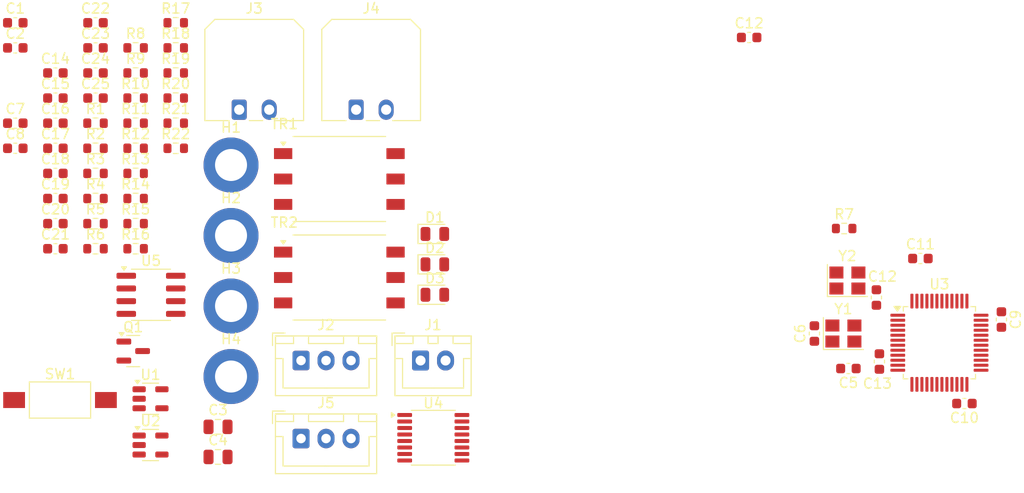
<source format=kicad_pcb>
(kicad_pcb (version 20221018) (generator pcbnew)
  (layers (0 "F.Cu" signal) (31 "B.Cu" signal) (34 "B.Paste" user) (35 "F.Paste" user) (36 "B.SilkS" user "B.Silkscreen") (37 "F.SilkS" user "F.Silkscreen") (38 "B.Mask" user) (39 "F.Mask" user) (44 "Edge.Cuts" user))
  (net 0 "")
  (net 1 "SCLK")
  (net 2 "+5V")
  (net 3 "+24V")
  (net 4 "nCS")
  (net 5 "COMLP")
  (net 6 "Net-(D1-A)")
  (net 7 "COMLN")
  (net 8 "Net-(C21-Pad1)")
  (net 9 "COMHP")
  (net 10 "COMHN")
  (net 11 "Net-(U2-ADJ)")
  (net 12 "CAN_P")
  (net 13 "CAN_N")
  (net 14 "VIO")
  (net 15 "MOSI")
  (net 16 "MISO")
  (net 17 "NFAULT")
  (net 20 "RUN_LED")
  (net 21 "SPI_RDY")
  (net 22 "SWDIO")
  (net 23 "Net-(D2-A)")
  (net 24 "Net-(D3-A)")
  (net 25 "SWCLK")
  (net 26 "CAN_RX")
  (net 27 "CAN_TX")
  (net 28 "Net-(SW1-B)")
  (net 29 "Net-(C20-Pad1)")
  (net 30 "BMS_FAULT")
  (net 31 "GND")
  (net 32 "Net-(U3-PD0)")
  (net 33 "Net-(U3-PD1)")
  (net 34 "Net-(U3-PC14)")
  (net 35 "Net-(U3-PC15)")
  (net 36 "Net-(U4-DVDD)")
  (net 37 "Net-(C25-Pad2)")
  (net 38 "Net-(J3-Pin_1)")
  (net 39 "Net-(J3-Pin_2)")
  (net 40 "Net-(J4-Pin_1)")
  (net 41 "Net-(J4-Pin_2)")
  (net 43 "Net-(Q1-B)")
  (net 44 "Net-(U1-ADJ)")
  (net 45 "Net-(R16-Pad2)")
  (net 46 "Net-(R17-Pad2)")
  (net 47 "Net-(R18-Pad2)")
  (net 48 "Net-(R19-Pad2)")
  (footprint "Resistor_SMD:R_0603_1608Metric" (layer "F.Cu") (at 72.03 66.89)
    (fp_text reference "R13" (at 0 -1.43) (layer "F.SilkS"))
    (fp_text value "10K")
    (pad "1" smd roundrect (at -0.825 0) (size 0.8 0.95) (layers "F.Cu" "F.Paste" "F.Mask") (net 14 "VIO"))
    (pad "2" smd roundrect (at 0.825 0) (size 0.8 0.95) (layers "F.Cu" "F.Paste" "F.Mask") (net 4 "nCS"))
  )
  (footprint "LED_SMD:LED_0805_2012Metric" (layer "F.Cu") (at 101.95 72.945)
    (fp_text reference "D1" (at 0 -1.65) (layer "F.SilkS"))
    (fp_text value "PWR_Yellow")
    (pad "1" smd roundrect (at -0.9375 0) (size 0.975 1.4) (layers "F.Cu" "F.Paste" "F.Mask") (net 31 "GND"))
    (pad "2" smd roundrect (at 0.9375 0) (size 0.975 1.4) (layers "F.Cu" "F.Paste" "F.Mask") (net 6 "Net-(D1-A)"))
  )
  (footprint "Resistor_SMD:R_0603_1608Metric" (layer "F.Cu") (at 68.02 64.38)
    (fp_text reference "R2" (at 0 -1.43) (layer "F.SilkS"))
    (fp_text value "100k")
    (pad "1" smd roundrect (at -0.825 0) (size 0.8 0.95) (layers "F.Cu" "F.Paste" "F.Mask") (net 31 "GND"))
    (pad "2" smd roundrect (at 0.825 0) (size 0.8 0.95) (layers "F.Cu" "F.Paste" "F.Mask") (net 44 "Net-(U1-ADJ)"))
  )
  (footprint "Transformer_SMD:Transformer_Wuerth_750315371" (layer "F.Cu") (at 92.4 67.45)
    (fp_text reference "TR1" (at -5.5 -5.5) (layer "F.SilkS"))
    (fp_text value "Wuerth_750319696")
    (pad "1" smd rect (at -5.62 -2.54) (size 1.83 1.09) (layers "F.Cu" "F.Paste" "F.Mask") (net 45 "Net-(R16-Pad2)"))
    (pad "2" smd roundrect (at -5.62 0) (size 1.83 1.09) (layers "F.Cu" "F.Paste" "F.Mask") (roundrect_rratio 0.05) (net 29 "Net-(C20-Pad1)"))
    (pad "3" smd roundrect (at -5.62 2.54) (size 1.83 1.09) (layers "F.Cu" "F.Paste" "F.Mask") (roundrect_rratio 0.05) (net 46 "Net-(R17-Pad2)"))
    (pad "4" smd roundrect (at 5.62 2.54) (size 1.83 1.09) (layers "F.Cu" "F.Paste" "F.Mask") (roundrect_rratio 0.05) (net 39 "Net-(J3-Pin_2)"))
    (pad "5" smd roundrect (at 5.62 0) (size 1.83 1.09) (layers "F.Cu" "F.Paste" "F.Mask") (roundrect_rratio 0.05))
    (pad "6" smd roundrect (at 5.62 -2.54) (size 1.83 1.09) (layers "F.Cu" "F.Paste" "F.Mask") (roundrect_rratio 0.05) (net 38 "Net-(J3-Pin_1)"))
  )
  (footprint "Resistor_SMD:R_0603_1608Metric" (layer "F.Cu") (at 72.03 59.36)
    (fp_text reference "R10" (at 0 -1.43) (layer "F.SilkS"))
    (fp_text value "1k")
    (pad "1" smd roundrect (at -0.825 0) (size 0.8 0.95) (layers "F.Cu" "F.Paste" "F.Mask") (net 5 "COMLP"))
    (pad "2" smd roundrect (at 0.825 0) (size 0.8 0.95) (layers "F.Cu" "F.Paste" "F.Mask") (net 7 "COMLN"))
  )
  (footprint "Resistor_SMD:R_0603_1608Metric" (layer "F.Cu") (at 72.03 61.87)
    (fp_text reference "R11" (at 0 -1.43) (layer "F.SilkS"))
    (fp_text value "10K")
    (pad "1" smd roundrect (at -0.825 0) (size 0.8 0.95) (layers "F.Cu" "F.Paste" "F.Mask") (net 14 "VIO"))
    (pad "2" smd roundrect (at 0.825 0) (size 0.8 0.95) (layers "F.Cu" "F.Paste" "F.Mask") (net 15 "MOSI"))
  )
  (footprint "Capacitor_SMD:C_0603_1608Metric" (layer "F.Cu") (at 146.4 85.7 90)
    (fp_text reference "C13" (at -2.2 -0.2 180) (layer "F.SilkS"))
    (fp_text value "100n")
    (pad "1" smd roundrect (at -0.775 0 90) (size 0.9 0.95) (layers "F.Cu" "F.Paste" "F.Mask") (net 14 "VIO"))
    (pad "2" smd roundrect (at 0.775 0 90) (size 0.9 0.95) (layers "F.Cu" "F.Paste" "F.Mask") (net 31 "GND"))
  )
  (footprint "Capacitor_SMD:C_0603_1608Metric" (layer "F.Cu") (at 64.01 74.42)
    (fp_text reference "C21" (at 0 -1.43) (layer "F.SilkS"))
    (fp_text value "100p")
    (pad "1" smd roundrect (at -0.775 0) (size 0.9 0.95) (layers "F.Cu" "F.Paste" "F.Mask") (net 8 "Net-(C21-Pad1)"))
    (pad "2" smd roundrect (at 0.775 0) (size 0.9 0.95) (layers "F.Cu" "F.Paste" "F.Mask") (net 31 "GND"))
  )
  (footprint "Capacitor_SMD:C_0603_1608Metric" (layer "F.Cu") (at 133.375 53.3)
    (fp_text reference "C12" (at 0 -1.43) (layer "F.SilkS"))
    (fp_text value "1u")
    (pad "1" smd roundrect (at -0.775 0) (size 0.9 0.95) (layers "F.Cu" "F.Paste" "F.Mask") (net 14 "VIO"))
    (pad "2" smd roundrect (at 0.775 0) (size 0.9 0.95) (layers "F.Cu" "F.Paste" "F.Mask") (net 31 "GND"))
  )
  (footprint "Capacitor_SMD:C_0603_1608Metric" (layer "F.Cu") (at 154.9 89.9 180)
    (fp_text reference "C10" (at 0 -1.43) (layer "F.SilkS"))
    (fp_text value "100n")
    (pad "1" smd roundrect (at -0.775 0 180) (size 0.9 0.95) (layers "F.Cu" "F.Paste" "F.Mask") (net 14 "VIO"))
    (pad "2" smd roundrect (at 0.775 0 180) (size 0.9 0.95) (layers "F.Cu" "F.Paste" "F.Mask") (net 31 "GND"))
  )
  (footprint "Capacitor_SMD:C_0603_1608Metric" (layer "F.Cu") (at 64.01 64.38)
    (fp_text reference "C17" (at 0 -1.43) (layer "F.SilkS"))
    (fp_text value "220p")
    (pad "1" smd roundrect (at -0.775 0) (size 0.9 0.95) (layers "F.Cu" "F.Paste" "F.Mask") (net 10 "COMHN"))
    (pad "2" smd roundrect (at 0.775 0) (size 0.9 0.95) (layers "F.Cu" "F.Paste" "F.Mask") (net 31 "GND"))
  )
  (footprint "Resistor_SMD:R_0603_1608Metric" (layer "F.Cu") (at 76.04 51.83)
    (fp_text reference "R17" (at 0 -1.43) (layer "F.SilkS"))
    (fp_text value "49R")
    (pad "1" smd roundrect (at -0.825 0) (size 0.8 0.95) (layers "F.Cu" "F.Paste" "F.Mask") (net 10 "COMHN"))
    (pad "2" smd roundrect (at 0.825 0) (size 0.8 0.95) (layers "F.Cu" "F.Paste" "F.Mask") (net 46 "Net-(R17-Pad2)"))
  )
  (footprint "Capacitor_SMD:C_0603_1608Metric" (layer "F.Cu") (at 68.02 54.34)
    (fp_text reference "C23" (at 0 -1.43) (layer "F.SilkS"))
    (fp_text value "100n")
    (pad "1" smd roundrect (at -0.775 0) (size 0.9 0.95) (layers "F.Cu" "F.Paste" "F.Mask") (net 31 "GND"))
    (pad "2" smd roundrect (at 0.775 0) (size 0.9 0.95) (layers "F.Cu" "F.Paste" "F.Mask") (net 2 "+5V"))
  )
  (footprint "Capacitor_SMD:C_0603_1608Metric" (layer "F.Cu") (at 68.02 59.36)
    (fp_text reference "C25" (at 0 -1.43) (layer "F.SilkS"))
    (fp_text value "1u")
    (pad "1" smd roundrect (at -0.775 0) (size 0.9 0.95) (layers "F.Cu" "F.Paste" "F.Mask") (net 31 "GND"))
    (pad "2" smd roundrect (at 0.775 0) (size 0.9 0.95) (layers "F.Cu" "F.Paste" "F.Mask") (net 37 "Net-(C25-Pad2)"))
  )
  (footprint "Resistor_SMD:R_0603_1608Metric" (layer "F.Cu") (at 76.04 61.87)
    (fp_text reference "R21" (at 0 -1.43) (layer "F.SilkS"))
    (fp_text value "60R")
    (pad "1" smd roundrect (at -0.825 0) (size 0.8 0.95) (layers "F.Cu" "F.Paste" "F.Mask") (net 37 "Net-(C25-Pad2)"))
    (pad "2" smd roundrect (at 0.825 0) (size 0.8 0.95) (layers "F.Cu" "F.Paste" "F.Mask") (net 12 "CAN_P"))
  )
  (footprint "MountingHole:MountingHole_3.2mm_M3_ISO14580_Pad" (layer "F.Cu") (at 81.57 73.1)
    (fp_text reference "H2" (at 0 -3.75) (layer "F.SilkS"))
    (fp_text value "MountingHole_Pad")
    (pad "1" thru_hole circle (at 0 0) (size 5.5 5.5) (drill 3.2) (layers "*.Cu" "*.Mask") (net 31 "GND"))
  )
  (footprint "Capacitor_SMD:C_0603_1608Metric" (layer "F.Cu") (at 150.5 75.4)
    (fp_text reference "C11" (at 0 -1.43) (layer "F.SilkS"))
    (fp_text value "100n")
    (pad "1" smd roundrect (at -0.775 0) (size 0.9 0.95) (layers "F.Cu" "F.Paste" "F.Mask") (net 14 "VIO"))
    (pad "2" smd roundrect (at 0.775 0) (size 0.9 0.95) (layers "F.Cu" "F.Paste" "F.Mask") (net 31 "GND"))
  )
  (footprint "Package_QFP:LQFP-48_7x7mm_P0.5mm" (layer "F.Cu") (at 152.4 83.82)
    (fp_text reference "U3" (at 0 -5.85) (layer "F.SilkS"))
    (fp_text value "STM32F103C8Tx")
    (pad "1" smd roundrect (at -4.1625 -2.75) (size 1.475 0.3) (layers "F.Cu" "F.Paste" "F.Mask") (net 14 "VIO"))
    (pad "2" smd roundrect (at -4.1625 -2.25) (size 1.475 0.3) (layers "F.Cu" "F.Paste" "F.Mask") (net 20 "RUN_LED"))
    (pad "3" smd roundrect (at -4.1625 -1.75) (size 1.475 0.3) (layers "F.Cu" "F.Paste" "F.Mask") (net 34 "Net-(U3-PC14)"))
    (pad "4" smd roundrect (at -4.1625 -1.25) (size 1.475 0.3) (layers "F.Cu" "F.Paste" "F.Mask") (net 35 "Net-(U3-PC15)"))
    (pad "5" smd roundrect (at -4.1625 -0.75) (size 1.475 0.3) (layers "F.Cu" "F.Paste" "F.Mask") (net 32 "Net-(U3-PD0)"))
    (pad "6" smd roundrect (at -4.1625 -0.25) (size 1.475 0.3) (layers "F.Cu" "F.Paste" "F.Mask") (net 33 "Net-(U3-PD1)"))
    (pad "7" smd roundrect (at -4.1625 0.25) (size 1.475 0.3) (layers "F.Cu" "F.Paste" "F.Mask") (net 28 "Net-(SW1-B)"))
    (pad "8" smd roundrect (at -4.1625 0.75) (size 1.475 0.3) (layers "F.Cu" "F.Paste" "F.Mask") (net 31 "GND"))
    (pad "9" smd roundrect (at -4.1625 1.25) (size 1.475 0.3) (layers "F.Cu" "F.Paste" "F.Mask") (net 14 "VIO"))
    (pad "10" smd roundrect (at -4.1625 1.75) (size 1.475 0.3) (layers "F.Cu" "F.Paste" "F.Mask"))
    (pad "11" smd roundrect (at -4.1625 2.25) (size 1.475 0.3) (layers "F.Cu" "F.Paste" "F.Mask"))
    (pad "12" smd roundrect (at -4.1625 2.75) (size 1.475 0.3) (layers "F.Cu" "F.Paste" "F.Mask") (net 30 "BMS_FAULT"))
    (pad "13" smd roundrect (at -2.75 4.1625) (size 0.3 1.475) (layers "F.Cu" "F.Paste" "F.Mask"))
    (pad "14" smd roundrect (at -2.25 4.1625) (size 0.3 1.475) (layers "F.Cu" "F.Paste" "F.Mask") (net 4 "nCS"))
    (pad "15" smd roundrect (at -1.75 4.1625) (size 0.3 1.475) (layers "F.Cu" "F.Paste" "F.Mask") (net 1 "SCLK"))
    (pad "16" smd roundrect (at -1.25 4.1625) (size 0.3 1.475) (layers "F.Cu" "F.Paste" "F.Mask") (net 16 "MISO"))
    (pad "17" smd roundrect (at -0.75 4.1625) (size 0.3 1.475) (layers "F.Cu" "F.Paste" "F.Mask") (net 15 "MOSI"))
    (pad "18" smd roundrect (at -0.25 4.1625) (size 0.3 1.475) (layers "F.Cu" "F.Paste" "F.Mask"))
    (pad "19" smd roundrect (at 0.25 4.1625) (size 0.3 1.475) (layers "F.Cu" "F.Paste" "F.Mask"))
    (pad "20" smd roundrect (at 0.75 4.1625) (size 0.3 1.475) (layers "F.Cu" "F.Paste" "F.Mask"))
    (pad "21" smd roundrect (at 1.25 4.1625) (size 0.3 1.475) (layers "F.Cu" "F.Paste" "F.Mask"))
    (pad "22" smd roundrect (at 1.75 4.1625) (size 0.3 1.475) (layers "F.Cu" "F.Paste" "F.Mask"))
    (pad "23" smd roundrect (at 2.25 4.1625) (size 0.3 1.475) (layers "F.Cu" "F.Paste" "F.Mask") (net 31 "GND"))
    (pad "24" smd roundrect (at 2.75 4.1625) (size 0.3 1.475) (layers "F.Cu" "F.Paste" "F.Mask") (net 14 "VIO"))
    (pad "25" smd roundrect (at 4.1625 2.75) (size 1.475 0.3) (layers "F.Cu" "F.Paste" "F.Mask"))
    (pad "26" smd roundrect (at 4.1625 2.25) (size 1.475 0.3) (layers "F.Cu" "F.Paste" "F.Mask"))
    (pad "27" smd roundrect (at 4.1625 1.75) (size 1.475 0.3) (layers "F.Cu" "F.Paste" "F.Mask") (net 17 "NFAULT"))
    (pad "28" smd roundrect (at 4.1625 1.25) (size 1.475 0.3) (layers "F.Cu" "F.Paste" "F.Mask") (net 21 "SPI_RDY"))
    (pad "29" smd roundrect (at 4.1625 0.75) (size 1.475 0.3) (layers "F.Cu" "F.Paste" "F.Mask"))
    (pad "30" smd roundrect (at 4.1625 0.25) (size 1.475 0.3) (layers "F.Cu" "F.Paste" "F.Mask"))
    (pad "31" smd roundrect (at 4.1625 -0.25) (size 1.475 0.3) (layers "F.Cu" "F.Paste" "F.Mask"))
    (pad "32" smd roundrect (at 4.1625 -0.75) (size 1.475 0.3) (layers "F.Cu" "F.Paste" "F.Mask"))
    (pad "33" smd roundrect (at 4.1625 -1.25) (size 1.475 0.3) (layers "F.Cu" "F.Paste" "F.Mask"))
    (pad "34" smd roundrect (at 4.1625 -1.75) (size 1.475 0.3) (layers "F.Cu" "F.Paste" "F.Mask") (net 22 "SWDIO"))
    (pad "35" smd roundrect (at 4.1625 -2.25) (size 1.475 0.3) (layers "F.Cu" "F.Paste" "F.Mask") (net 31 "GND"))
    (pad "36" smd roundrect (at 4.1625 -2.75) (size 1.475 0.3) (layers "F.Cu" "F.Paste" "F.Mask") (net 14 "VIO"))
    (pad "37" smd roundrect (at 2.75 -4.1625) (size 0.3 1.475) (layers "F.Cu" "F.Paste" "F.Mask") (net 25 "SWCLK"))
    (pad "38" smd roundrect (at 2.25 -4.1625) (size 0.3 1.475) (layers "F.Cu" "F.Paste" "F.Mask"))
    (pad "39" smd roundrect (at 1.75 -4.1625) (size 0.3 1.475) (layers "F.Cu" "F.Paste" "F.Mask"))
    (pad "40" smd roundrect (at 1.25 -4.1625) (size 0.3 1.475) (layers "F.Cu" "F.Paste" "F.Mask"))
    (pad "41" smd roundrect (at 0.75 -4.1625) (size 0.3 1.475) (layers "F.Cu" "F.Paste" "F.Mask"))
    (pad "42" smd roundrect (at 0.25 -4.1625) (size 0.3 1.475) (layers "F.Cu" "F.Paste" "F.Mask"))
    (pad "43" smd roundrect (at -0.25 -4.1625) (size 0.3 1.475) (layers "F.Cu" "F.Paste" "F.Mask"))
    (pad "44" smd roundrect (at -0.75 -4.1625) (size 0.3 1.475) (layers "F.Cu" "F.Paste" "F.Mask") (net 31 "GND"))
    (pad "45" smd roundrect (at -1.25 -4.1625) (size 0.3 1.475) (layers "F.Cu" "F.Paste" "F.Mask") (net 26 "CAN_RX"))
    (pad "46" smd roundrect (at -1.75 -4.1625) (size 0.3 1.475) (layers "F.Cu" "F.Paste" "F.Mask") (net 27 "CAN_TX"))
    (pad "47" smd roundrect (at -2.25 -4.1625) (size 0.3 1.475) (layers "F.Cu" "F.Paste" "F.Mask") (net 31 "GND"))
    (pad "48" smd roundrect (at -2.75 -4.1625) (size 0.3 1.475) (layers "F.Cu" "F.Paste" "F.Mask") (net 14 "VIO"))
  )
  (footprint "MountingHole:MountingHole_3.2mm_M3_ISO14580_Pad" (layer "F.Cu") (at 81.57 66.05)
    (fp_text reference "H1" (at 0 -3.75) (layer "F.SilkS"))
    (fp_text value "MountingHole_Pad")
    (pad "1" thru_hole circle (at 0 0) (size 5.5 5.5) (drill 3.2) (layers "*.Cu" "*.Mask") (net 31 "GND"))
  )
  (footprint "Connector_JST:JST_XH_B2B-XH-A_1x02_P2.50mm_Vertical" (layer "F.Cu") (at 100.52 85.6)
    (fp_text reference "J1" (at 1.25 -3.55) (layer "F.SilkS"))
    (fp_text value "PWR")
    (pad "1" thru_hole roundrect (at 0 0) (size 1.7 2) (drill 1) (layers "*.Cu" "*.Mask") (roundrect_rratio 0.147059) (net 3 "+24V"))
    (pad "2" thru_hole oval (at 2.5 0) (size 1.7 2) (drill 1) (layers "*.Cu" "*.Mask") (net 31 "GND"))
  )
  (footprint "Capacitor_SMD:C_0603_1608Metric" (layer "F.Cu") (at 60 64.38)
    (fp_text reference "C8" (at 0 -1.43) (layer "F.SilkS"))
    (fp_text value "20p")
    (pad "1" smd roundrect (at -0.775 0) (size 0.9 0.95) (layers "F.Cu" "F.Paste" "F.Mask") (net 35 "Net-(U3-PC15)"))
    (pad "2" smd roundrect (at 0.775 0) (size 0.9 0.95) (layers "F.Cu" "F.Paste" "F.Mask") (net 31 "GND"))
  )
  (footprint "Connector_Molex:Molex_Micro-Fit_3.0_43650-0200_1x02_P3.00mm_Horizontal" (layer "F.Cu") (at 94.08 60.52)
    (fp_text reference "J4" (at 1.5 -10.12) (layer "F.SilkS"))
    (fp_text value "BMS_M_IN")
    (pad "" np_thru_hole circle (at 1.5 -4.32) (size 3 3) (drill 3) (layers "*.Cu" "*.Mask"))
    (pad "1" thru_hole roundrect (at 0 0) (size 1.5 2.02) (drill 1.02) (layers "*.Cu" "*.Mask") (roundrect_rratio 0.166667) (net 40 "Net-(J4-Pin_1)"))
    (pad "2" thru_hole oval (at 3 0) (size 1.5 2.02) (drill 1.02) (layers "*.Cu" "*.Mask") (net 41 "Net-(J4-Pin_2)"))
  )
  (footprint "Crystal:Crystal_SMD_SeikoEpson_FA238-4Pin_3.2x2.5mm" (layer "F.Cu") (at 143.2 77.6)
    (fp_text reference "Y2" (at 0 -2.45) (layer "F.SilkS"))
    (fp_text value "32.768k")
    (pad "1" smd rect (at -1.1 0.8) (size 1.4 1.2) (layers "F.Cu" "F.Paste" "F.Mask") (net 35 "Net-(U3-PC15)"))
    (pad "2" smd rect (at 1.1 0.8) (size 1.4 1.2) (layers "F.Cu" "F.Paste" "F.Mask") (net 31 "GND"))
    (pad "3" smd rect (at 1.1 -0.8) (size 1.4 1.2) (layers "F.Cu" "F.Paste" "F.Mask") (net 34 "Net-(U3-PC14)"))
    (pad "4" smd rect (at -1.1 -0.8) (size 1.4 1.2) (layers "F.Cu" "F.Paste" "F.Mask") (net 31 "GND"))
  )
  (footprint "Capacitor_SMD:C_0603_1608Metric" (layer "F.Cu") (at 139.9 82.9 90)
    (fp_text reference "C6" (at 0 -1.43 90) (layer "F.SilkS"))
    (fp_text value "20p")
    (pad "1" smd roundrect (at -0.775 0 90) (size 0.9 0.95) (layers "F.Cu" "F.Paste" "F.Mask") (net 33 "Net-(U3-PD1)"))
    (pad "2" smd roundrect (at 0.775 0 90) (size 0.9 0.95) (layers "F.Cu" "F.Paste" "F.Mask") (net 31 "GND"))
  )
  (footprint "Resistor_SMD:R_0603_1608Metric" (layer "F.Cu") (at 72.03 56.85)
    (fp_text reference "R9" (at 0 -1.43) (layer "F.SilkS"))
    (fp_text value "1k")
    (pad "1" smd roundrect (at -0.825 0) (size 0.8 0.95) (layers "F.Cu" "F.Paste" "F.Mask") (net 9 "COMHP"))
    (pad "2" smd roundrect (at 0.825 0) (size 0.8 0.95) (layers "F.Cu" "F.Paste" "F.Mask") (net 10 "COMHN"))
  )
  (footprint "Capacitor_SMD:C_0603_1608Metric" (layer "F.Cu") (at 60 51.83)
    (fp_text reference "C1" (at 0 -1.43) (layer "F.SilkS"))
    (fp_text value "1u")
    (pad "1" smd roundrect (at -0.775 0) (size 0.9 0.95) (layers "F.Cu" "F.Paste" "F.Mask") (net 31 "GND"))
    (pad "2" smd roundrect (at 0.775 0) (size 0.9 0.95) (layers "F.Cu" "F.Paste" "F.Mask") (net 3 "+24V"))
  )
  (footprint "Capacitor_SMD:C_0603_1608Metric" (layer "F.Cu") (at 64.01 69.4)
    (fp_text reference "C19" (at 0 -1.43) (layer "F.SilkS"))
    (fp_text value "220p")
    (pad "1" smd roundrect (at -0.775 0) (size 0.9 0.95) (layers "F.Cu" "F.Paste" "F.Mask") (net 7 "COMLN"))
    (pad "2" smd roundrect (at 0.775 0) (size 0.9 0.95) (layers "F.Cu" "F.Paste" "F.Mask") (net 31 "GND"))
  )
  (footprint "Capacitor_SMD:C_0603_1608Metric" (layer "F.Cu") (at 64.01 56.85)
    (fp_text reference "C14" (at 0 -1.43) (layer "F.SilkS"))
    (fp_text value "220n")
    (pad "1" smd roundrect (at -0.775 0) (size 0.9 0.95) (layers "F.Cu" "F.Paste" "F.Mask") (net 31 "GND"))
    (pad "2" smd roundrect (at 0.775 0) (size 0.9 0.95) (layers "F.Cu" "F.Paste" "F.Mask") (net 14 "VIO"))
  )
  (footprint "Connector_JST:JST_XH_B3B-XH-A_1x03_P2.50mm_Vertical" (layer "F.Cu") (at 88.57 85.6)
    (fp_text reference "J2" (at 2.5 -3.55) (layer "F.SilkS"))
    (fp_text value "PROG")
    (pad "1" thru_hole roundrect (at 0 0) (size 1.7 1.95) (drill 0.95) (layers "*.Cu" "*.Mask") (roundrect_rratio 0.147059) (net 22 "SWDIO"))
    (pad "2" thru_hole oval (at 2.5 0) (size 1.7 1.95) (drill 0.95) (layers "*.Cu" "*.Mask") (net 25 "SWCLK"))
    (pad "3" thru_hole oval (at 5 0) (size 1.7 1.95) (drill 0.95) (layers "*.Cu" "*.Mask") (net 31 "GND"))
  )
  (footprint "Package_SO:SOIC-8_3.9x4.9mm_P1.27mm" (layer "F.Cu") (at 73.57 79.03)
    (fp_text reference "U5" (at 0 -3.4) (layer "F.SilkS"))
    (fp_text value "SN65HVD256D")
    (pad "1" smd roundrect (at -2.475 -1.905) (size 1.95 0.6) (layers "F.Cu" "F.Paste" "F.Mask") (net 26 "CAN_RX"))
    (pad "2" smd roundrect (at -2.475 -0.635) (size 1.95 0.6) (layers "F.Cu" "F.Paste" "F.Mask") (net 31 "GND"))
    (pad "3" smd roundrect (at -2.475 0.635) (size 1.95 0.6) (layers "F.Cu" "F.Paste" "F.Mask") (net 2 "+5V"))
    (pad "4" smd roundrect (at -2.475 1.905) (size 1.95 0.6) (layers "F.Cu" "F.Paste" "F.Mask") (net 27 "CAN_TX"))
    (pad "5" smd roundrect (at 2.475 1.905) (size 1.95 0.6) (layers "F.Cu" "F.Paste" "F.Mask") (net 14 "VIO"))
    (pad "6" smd roundrect (at 2.475 0.635) (size 1.95 0.6) (layers "F.Cu" "F.Paste" "F.Mask") (net 13 "CAN_N"))
    (pad "7" smd roundrect (at 2.475 -0.635) (size 1.95 0.6) (layers "F.Cu" "F.Paste" "F.Mask") (net 12 "CAN_P"))
    (pad "8" smd roundrect (at 2.475 -1.905) (size 1.95 0.6) (layers "F.Cu" "F.Paste" "F.Mask"))
  )
  (footprint "Capacitor_SMD:C_0603_1608Metric" (layer "F.Cu") (at 68.02 56.85)
    (fp_text reference "C24" (at 0 -1.43) (layer "F.SilkS"))
    (fp_text value "100n")
    (pad "1" smd roundrect (at -0.775 0) (size 0.9 0.95) (layers "F.Cu" "F.Paste" "F.Mask") (net 31 "GND"))
    (pad "2" smd roundrect (at 0.775 0) (size 0.9 0.95) (layers "F.Cu" "F.Paste" "F.Mask") (net 14 "VIO"))
  )
  (footprint "LED_SMD:LED_0805_2012Metric" (layer "F.Cu") (at 101.95 75.985)
    (fp_text reference "D2" (at 0 -1.65) (layer "F.SilkS"))
    (fp_text value "RUN_GREEN")
    (pad "1" smd roundrect (at -0.9375 0) (size 0.975 1.4) (layers "F.Cu" "F.Paste" "F.Mask") (net 31 "GND"))
    (pad "2" smd roundrect (at 0.9375 0) (size 0.975 1.4) (layers "F.Cu" "F.Paste" "F.Mask") (net 23 "Net-(D2-A)"))
  )
  (footprint "Capacitor_SMD:C_0805_2012Metric" (layer "F.Cu") (at 80.27 92.23)
    (fp_text reference "C3" (at 0 -1.68) (layer "F.SilkS"))
    (fp_text value "10u")
    (pad "1" smd roundrect (at -0.95 0) (size 1 1.45) (layers "F.Cu" "F.Paste" "F.Mask") (net 31 "GND"))
    (pad "2" smd roundrect (at 0.95 0) (size 1 1.45) (layers "F.Cu" "F.Paste" "F.Mask") (net 2 "+5V"))
  )
  (footprint "Package_TO_SOT_SMD:SOT-23-5" (layer "F.Cu") (at 73.52 94.05)
    (fp_text reference "U2" (at 0 -2.4) (layer "F.SilkS"))
    (fp_text value "AP2204K-ADJ")
    (pad "1" smd roundrect (at -1.1375 -0.95) (size 1.325 0.6) (layers "F.Cu" "F.Paste" "F.Mask") (net 2 "+5V"))
    (pad "2" smd roundrect (at -1.1375 0) (size 1.325 0.6) (layers "F.Cu" "F.Paste" "F.Mask") (net 31 "GND"))
    (pad "3" smd roundrect (at -1.1375 0.95) (size 1.325 0.6) (layers "F.Cu" "F.Paste" "F.Mask") (net 2 "+5V"))
    (pad "4" smd roundrect (at 1.1375 0.95) (size 1.325 0.6) (layers "F.Cu" "F.Paste" "F.Mask") (net 11 "Net-(U2-ADJ)"))
    (pad "5" smd roundrect (at 1.1375 -0.95) (size 1.325 0.6) (layers "F.Cu" "F.Paste" "F.Mask") (net 14 "VIO"))
  )
  (footprint "Package_TO_SOT_SMD:SOT-23-5" (layer "F.Cu") (at 73.52 89.425)
    (fp_text reference "U1" (at 0 -2.4) (layer "F.SilkS"))
    (fp_text value "AP2204K-ADJ")
    (pad "1" smd roundrect (at -1.1375 -0.95) (size 1.325 0.6) (layers "F.Cu" "F.Paste" "F.Mask") (net 3 "+24V"))
    (pad "2" smd roundrect (at -1.1375 0) (size 1.325 0.6) (layers "F.Cu" "F.Paste" "F.Mask") (net 31 "GND"))
    (pad "3" smd roundrect (at -1.1375 0.95) (size 1.325 0.6) (layers "F.Cu" "F.Paste" "F.Mask") (net 3 "+24V"))
    (pad "4" smd roundrect (at 1.1375 0.95) (size 1.325 0.6) (layers "F.Cu" "F.Paste" "F.Mask") (net 44 "Net-(U1-ADJ)"))
    (pad "5" smd roundrect (at 1.1375 -0.95) (size 1.325 0.6) (layers "F.Cu" "F.Paste" "F.Mask") (net 2 "+5V"))
  )
  (footprint "Capacitor_SMD:C_0603_1608Metric" (layer "F.Cu") (at 143.3 86.4 180)
    (fp_text reference "C5" (at 0 -1.43) (layer "F.SilkS"))
    (fp_text value "20p")
    (pad "1" smd roundrect (at -0.775 0 180) (size 0.9 0.95) (layers "F.Cu" "F.Paste" "F.Mask") (net 32 "Net-(U3-PD0)"))
    (pad "2" smd roundrect (at 0.775 0 180) (size 0.9 0.95) (layers "F.Cu" "F.Paste" "F.Mask") (net 31 "GND"))
  )
  (footprint "Resistor_SMD:R_0603_1608Metric" (layer "F.Cu") (at 68.02 66.89)
    (fp_text reference "R3" (at 0 -1.43) (layer "F.SilkS"))
    (fp_text value "100k")
    (pad "1" smd roundrect (at -0.825 0) (size 0.8 0.95) (layers "F.Cu" "F.Paste" "F.Mask") (net 31 "GND"))
    (pad "2" smd roundrect (at 0.825 0) (size 0.8 0.95) (layers "F.Cu" "F.Paste" "F.Mask") (net 11 "Net-(U2-ADJ)"))
  )
  (footprint "Connector_JST:JST_XH_B3B-XH-A_1x03_P2.50mm_Vertical" (layer "F.Cu") (at 88.57 93.4)
    (fp_text reference "J5" (at 2.5 -3.55) (layer "F.SilkS"))
    (fp_text value "CAN")
    (pad "1" thru_hole roundrect (at 0 0) (size 1.7 1.95) (drill 0.95) (layers "*.Cu" "*.Mask") (roundrect_rratio 0.147059) (net 13 "CAN_N"))
    (pad "2" thru_hole oval (at 2.5 0) (size 1.7 1.95) (drill 0.95) (layers "*.Cu" "*.Mask"))
    (pad "3" thru_hole oval (at 5 0) (size 1.7 1.95) (drill 0.95) (layers "*.Cu" "*.Mask") (net 12 "CAN_P"))
  )
  (footprint "Resistor_SMD:R_0603_1608Metric" (layer "F.Cu") (at 142.875 72.4)
    (fp_text reference "R7" (at 0 -1.43) (layer "F.SilkS"))
    (fp_text value "1k")
    (pad "1" smd roundrect (at -0.825 0) (size 0.8 0.95) (layers "F.Cu" "F.Paste" "F.Mask") (net 23 "Net-(D2-A)"))
    (pad "2" smd roundrect (at 0.825 0) (size 0.8 0.95) (layers "F.Cu" "F.Paste" "F.Mask") (net 20 "RUN_LED"))
  )
  (footprint "Resistor_SMD:R_0603_1608Metric" (layer "F.Cu") (at 76.04 64.38)
    (fp_text reference "R22" (at 0 -1.43) (layer "F.SilkS"))
    (fp_text value "60R")
    (pad "1" smd roundrect (at -0.825 0) (size 0.8 0.95) (layers "F.Cu" "F.Paste" "F.Mask") (net 13 "CAN_N"))
    (pad "2" smd roundrect (at 0.825 0) (size 0.8 0.95) (layers "F.Cu" "F.Paste" "F.Mask") (net 37 "Net-(C25-Pad2)"))
  )
  (footprint "Connector_Molex:Molex_Micro-Fit_3.0_43650-0200_1x02_P3.00mm_Horizontal" (layer "F.Cu") (at 82.39 60.52)
    (fp_text reference "J3" (at 1.5 -10.12) (layer "F.SilkS"))
    (fp_text value "BMS_M_OUT")
    (pad "" np_thru_hole circle (at 1.5 -4.32) (size 3 3) (drill 3) (layers "*.Cu" "*.Mask"))
    (pad "1" thru_hole roundrect (at 0 0) (size 1.5 2.02) (drill 1.02) (layers "*.Cu" "*.Mask") (roundrect_rratio 0.166667) (net 38 "Net-(J3-Pin_1)"))
    (pad "2" thru_hole oval (at 3 0) (size 1.5 2.02) (drill 1.02) (layers "*.Cu" "*.Mask") (net 39 "Net-(J3-Pin_2)"))
  )
  (footprint "Capacitor_SMD:C_0603_1608Metric" (layer "F.Cu") (at 146.1 79.3 90)
    (fp_text reference "C12" (at 2.1 0.6 180) (layer "F.SilkS"))
    (fp_text value "100n")
    (pad "1" smd roundrect (at -0.775 0 90) (size 0.9 0.95) (layers "F.Cu" "F.Paste" "F.Mask") (net 14 "VIO"))
    (pad "2" smd roundrect (at 0.775 0 90) (size 0.9 0.95) (layers "F.Cu" "F.Paste" "F.Mask") (net 31 "GND"))
  )
  (footprint "MountingHole:MountingHole_3.2mm_M3_ISO14580_Pad" (layer "F.Cu") (at 81.57 80.15)
    (fp_text reference "H3" (at 0 -3.75) (layer "F.SilkS"))
    (fp_text value "MountingHole_Pad")
    (pad "1" thru_hole circle (at 0 0) (size 5.5 5.5) (drill 3.2) (layers "*.Cu" "*.Mask") (net 31 "GND"))
  )
  (footprint "Package_TO_SOT_SMD:SOT-23" (layer "F.Cu") (at 71.79 84.655)
    (fp_text reference "Q1" (at 0 -2.4) (layer "F.SilkS"))
    (fp_text value "BC807")
    (pad "1" smd roundrect (at -0.9375 -0.95) (size 1.475 0.6) (layers "F.Cu" "F.Paste" "F.Mask") (net 43 "Net-(Q1-B)"))
    (pad "2" smd roundrect (at -0.9375 0.95) (size 1.475 0.6) (layers "F.Cu" "F.Paste" "F.Mask") (net 14 "VIO"))
    (pad "3" smd roundrect (at 0.9375 0) (size 1.475 0.6) (layers "F.Cu" "F.Paste" "F.Mask") (net 24 "Net-(D3-A)"))
  )
  (footprint "Resistor_SMD:R_0603_1608Metric" (layer "F.Cu") (at 72.03 74.42)
    (fp_text reference "R16" (at 0 -1.43) (layer "F.SilkS"))
    (fp_text value "49R")
    (pad "1" smd roundrect (at -0.825 0) (size 0.8 0.95) (layers "F.Cu" "F.Paste" "F.Mask") (net 9 "COMHP"))
    (pad "2" smd roundrect (at 0.825 0) (size 0.8 0.95) (layers "F.Cu" "F.Paste" "F.Mask") (net 45 "Net-(R16-Pad2)"))
  )
  (footprint "Resistor_SMD:R_0603_1608Metric" (layer "F.Cu") (at 76.04 59.36)
    (fp_text reference "R20" (at 0 -1.43) (layer "F.SilkS"))
    (fp_text value "10K")
    (pad "1" smd roundrect (at -0.825 0) (size 0.8 0.95) (layers "F.Cu" "F.Paste" "F.Mask") (net 43 "Net-(Q1-B)"))
    (pad "2" smd roundrect (at 0.825 0) (size 0.8 0.95) (layers "F.Cu" "F.Paste" "F.Mask") (net 30 "BMS_FAULT"))
  )
  (footprint "Capacitor_SMD:C_0603_1608Metric" (layer "F.Cu") (at 60 61.87)
    (fp_text reference "C7" (at 0 -1.43) (layer "F.SilkS"))
    (fp_text value "20p")
    (pad "1" smd roundrect (at -0.775 0) (size 0.9 0.95) (layers "F.Cu" "F.Paste" "F.Mask") (net 34 "Net-(U3-PC14)"))
    (pad "2" smd roundrect (at 0.775 0) (size 0.9 0.95) (layers "F.Cu" "F.Paste" "F.Mask") (net 31 "GND"))
  )
  (footprint "MountingHole:MountingHole_3.2mm_M3_ISO14580_Pad" (layer "F.Cu") (at 81.57 87.2)
    (fp_text reference "H4" (at 0 -3.75) (layer "F.SilkS"))
    (fp_text value "MountingHole_Pad")
    (pad "1" thru_hole circle (at 0 0) (size 5.5 5.5) (drill 3.2) (layers "*.Cu" "*.Mask") (net 31 "GND"))
  )
  (footprint "Capacitor_SMD:C_0603_1608Metric" (layer "F.Cu") (at 60 54.34)
    (fp_text reference "C2" (at 0 -1.43) (layer "F.SilkS"))
    (fp_text value "1u")
    (pad "1" smd roundrect (at -0.775 0) (size 0.9 0.95) (layers "F.Cu" "F.Paste" "F.Mask") (net 31 "GND"))
    (pad "2" smd roundrect (at 0.775 0) (size 0.9 0.95) (layers "F.Cu" "F.Paste" "F.Mask") (net 2 "+5V"))
  )
  (footprint "Resistor_SMD:R_0603_1608Metric" (layer "F.Cu") (at 68.02 74.42)
    (fp_text reference "R6" (at 0 -1.43) (layer "F.SilkS"))
    (fp_text value "10k")
    (pad "1" smd roundrect (at -0.825 0) (size 0.8 0.95) (layers "F.Cu" "F.Paste" "F.Mask") (net 14 "VIO"))
    (pad "2" smd roundrect (at 0.825 0) (size 0.8 0.95) (layers "F.Cu" "F.Paste" "F.Mask") (net 28 "Net-(SW1-B)"))
  )
  (footprint "Capacitor_SMD:C_0603_1608Metric" (layer "F.Cu") (at 68.02 51.83)
    (fp_text reference "C22" (at 0 -1.43) (layer "F.SilkS"))
    (fp_text value "220n")
    (pad "1" smd roundrect (at -0.775 0) (size 0.9 0.95) (layers "F.Cu" "F.Paste" "F.Mask") (net 2 "+5V"))
    (pad "2" smd roundrect (at 0.775 0) (size 0.9 0.95) (layers "F.Cu" "F.Paste" "F.Mask") (net 31 "GND"))
  )
  (footprint "Resistor_SMD:R_0603_1608Metric" (layer "F.Cu") (at 76.04 54.34)
    (fp_text reference "R18" (at 0 -1.43) (layer "F.SilkS"))
    (fp_text value "49R")
    (pad "1" smd roundrect (at -0.825 0) (size 0.8 0.95) (layers "F.Cu" "F.Paste" "F.Mask") (net 5 "COMLP"))
    (pad "2" smd roundrect (at 0.825 0) (size 0.8 0.95) (layers "F.Cu" "F.Paste" "F.Mask") (net 47 "Net-(R18-Pad2)"))
  )
  (footprint "Capacitor_SMD:C_0805_2012Metric" (layer "F.Cu") (at 80.27 95.24)
    (fp_text reference "C4" (at 0 -1.68) (layer "F.SilkS"))
    (fp_text value "10u")
    (pad "1" smd roundrect (at -0.95 0) (size 1 1.45) (layers "F.Cu" "F.Paste" "F.Mask") (net 31 "GND"))
    (pad "2" smd roundrect (at 0.95 0) (size 1 1.45) (layers "F.Cu" "F.Paste" "F.Mask") (net 14 "VIO"))
  )
  (footprint "Resistor_SMD:R_0603_1608Metric" (layer "F.Cu") (at 72.03 54.34)
    (fp_text reference "R8" (at 0 -1.43) (layer "F.SilkS"))
    (fp_text value "10K")
    (pad "1" smd roundrect (at -0.825 0) (size 0.8 0.95) (layers "F.Cu" "F.Paste" "F.Mask") (net 1 "SCLK"))
    (pad "2" smd roundrect (at 0.825 0) (size 0.8 0.95) (layers "F.Cu" "F.Paste" "F.Mask") (net 31 "GND"))
  )
  (footprint "Crystal:Crystal_SMD_SeikoEpson_FA238-4Pin_3.2x2.5mm" (layer "F.Cu") (at 142.8 82.9)
    (fp_text reference "Y1" (at 0 -2.45) (layer "F.SilkS"))
    (fp_text value "8M")
    (pad "1" smd rect (at -1.1 0.8) (size 1.4 1.2) (layers "F.Cu" "F.Paste" "F.Mask") (net 33 "Net-(U3-PD1)"))
    (pad "2" smd rect (at 1.1 0.8) (size 1.4 1.2) (layers "F.Cu" "F.Paste" "F.Mask") (net 31 "GND"))
    (pad "3" smd rect (at 1.1 -0.8) (size 1.4 1.2) (layers "F.Cu" "F.Paste" "F.Mask") (net 32 "Net-(U3-PD0)"))
    (pad "4" smd rect (at -1.1 -0.8) (size 1.4 1.2) (layers "F.Cu" "F.Paste" "F.Mask") (net 31 "GND"))
  )
  (footprint "Resistor_SMD:R_0603_1608Metric" (layer "F.Cu") (at 68.02 61.87)
    (fp_text reference "R1" (at 0 -1.43) (layer "F.SilkS"))
    (fp_text value "1k")
    (pad "1" smd roundrect (at -0.825 0) (size 0.8 0.95) (layers "F.Cu" "F.Paste" "F.Mask") (net 6 "Net-(D1-A)"))
    (pad "2" smd roundrect (at 0.825 0) (size 0.8 0.95) (layers "F.Cu" "F.Paste" "F.Mask") (net 14 "VIO"))
  )
  (footprint "Transformer_SMD:Transformer_Wuerth_750315371" (layer "F.Cu") (at 92.4 77.3)
    (fp_text reference "TR2" (at -5.5 -5.5) (layer "F.SilkS"))
    (fp_text value "Wuerth_750319696")
    (pad "1" smd rect (at -5.62 -2.54) (size 1.83 1.09) (layers "F.Cu" "F.Paste" "F.Mask") (net 47 "Net-(R18-Pad2)"))
    (pad "2" smd roundrect (at -5.62 0) (size 1.83 1.09) (layers "F.Cu" "F.Paste" "F.Mask") (roundrect_rratio 0.05) (net 8 "Net-(C21-Pad1)"))
    (pad "3" smd roundrect (at -5.62 2.54) (size 1.83 1.09) (layers "F.Cu" "F.Paste" "F.Mask") (roundrect_rratio 0.05) (net 48 "Net-(R19-Pad2)"))
    (pad "4" smd roundrect (at 5.62 2.54) (size 1.83 1.09) (layers "F.Cu" "F.Paste" "F.Mask") (roundrect_rratio 0.05) (net 41 "Net-(J4-Pin_2)"))
    (pad "5" smd roundrect (at 5.62 0) (size 1.83 1.09) (layers "F.Cu" "F.Paste" "F.Mask") (roundrect_rratio 0.05))
    (pad "6" smd roundrect (at 5.62 -2.54) (size 1.83 1.09) (layers "F.Cu" "F.Paste" "F.Mask") (roundrect_rratio 0.05) (net 40 "Net-(J4-Pin_1)"))
  )
  (footprint "Resistor_SMD:R_0603_1608Metric" (layer "F.Cu") (at 68.02 71.91)
    (fp_text reference "R5" (at 0 -1.43) (layer "F.SilkS"))
    (fp_text value "165k")
    (pad "1" smd roundrect (at -0.825 0) (size 0.8 0.95) (layers "F.Cu" "F.Paste" "F.Mask") (net 11 "Net-(U2-ADJ)"))
    (pad "2" smd roundrect (at 0.825 0) (size 0.8 0.95) (layers "F.Cu" "F.Paste" "F.Mask") (net 14 "VIO"))
  )
  (footprint "LED_SMD:LED_0805_2012Metric" (layer "F.Cu") (at 101.95 79.025)
    (fp_text reference "D3" (at 0 -1.65) (layer "F.SilkS"))
    (fp_text value "FAULT_RED")
    (pad "1" smd roundrect (at -0.9375 0) (size 0.975 1.4) (layers "F.Cu" "F.Paste" "F.Mask") (net 31 "GND"))
    (pad "2" smd roundrect (at 0.9375 0) (size 0.975 1.4) (layers "F.Cu" "F.Paste" "F.Mask") (net 24 "Net-(D3-A)"))
  )
  (footprint "Capacitor_SMD:C_0603_1608Metric" (layer "F.Cu") (at 64.01 71.91)
    (fp_text reference "C20" (at 0 -1.43) (layer "F.SilkS"))
    (fp_text value "100p")
    (pad "1" smd roundrect (at -0.775 0) (size 0.9 0.95) (layers "F.Cu" "F.Paste" "F.Mask") (net 29 "Net-(C20-Pad1)"))
    (pad "2" smd roundrect (at 0.775 0) (size 0.9 0.95) (layers "F.Cu" "F.Paste" "F.Mask") (net 31 "GND"))
  )
  (footprint "Resistor_SMD:R_0603_1608Metric" (layer "F.Cu") (at 72.03 71.91)
    (fp_text reference "R15" (at 0 -1.43) (layer "F.SilkS"))
    (fp_text value "100K")
    (pad "1" smd roundrect (at -0.825 0) (size 0.8 0.95) (layers "F.Cu" "F.Paste" "F.Mask") (net 14 "VIO"))
    (pad "2" smd roundrect (at 0.825 0) (size 0.8 0.95) (layers "F.Cu" "F.Paste" "F.Mask") (net 17 "NFAULT"))
  )
  (footprint "Resistor_SMD:R_0603_1608Metric" (layer "F.Cu") (at 72.03 69.4)
    (fp_text reference "R14" (at 0 -1.43) (layer "F.SilkS"))
    (fp_text value "100K")
    (pad "1" smd roundrect (at -0.825 0) (size 0.8 0.95) (layers "F.Cu" "F.Paste" "F.Mask") (net 14 "VIO"))
    (pad "2" smd roundrect (at 0.825 0) (size 0.8 0.95) (layers "F.Cu" "F.Paste" "F.Mask") (net 21 "SPI_RDY"))
  )
  (footprint "Resistor_SMD:R_0603_1608Metric" (layer "F.Cu") (at 72.03 64.38)
    (fp_text reference "R12" (at 0 -1.43) (layer "F.SilkS"))
    (fp_text value "10K")
    (pad "1" smd roundrect (at -0.825 0) (size 0.8 0.95) (layers "F.Cu" "F.Paste" "F.Mask") (net 14 "VIO"))
    (pad "2" smd roundrect (at 0.825 0) (size 0.8 0.95) (layers "F.Cu" "F.Paste" "F.Mask") (net 16 "MISO"))
  )
  (footprint "Capacitor_SMD:C_0603_1608Metric" (layer "F.Cu") (at 64.01 66.89)
    (fp_text reference "C18" (at 0 -1.43) (layer "F.SilkS"))
    (fp_text value "220p")
    (pad "1" smd roundrect (at -0.775 0) (size 0.9 0.95) (layers "F.Cu" "F.Paste" "F.Mask") (net 5 "COMLP"))
    (pad "2" smd roundrect (at 0.775 0) (size 0.9 0.95) (layers "F.Cu" "F.Paste" "F.Mask") (net 31 "GND"))
  )
  (footprint "Resistor_SMD:R_0603_1608Metric" (layer "F.Cu") (at 76.04 56.85)
    (fp_text reference "R19" (at 0 -1.43) (layer "F.SilkS"))
    (fp_text value "49R")
    (pad "1" smd roundrect (at -0.825 0) (size 0.8 0.95) (layers "F.Cu" "F.Paste" "F.Mask") (net 7 "COMLN"))
    (pad "2" smd roundrect (at 0.825 0) (size 0.8 0.95) (layers "F.Cu" "F.Paste" "F.Mask") (net 48 "Net-(R19-Pad2)"))
  )
  (footprint "Package_SO:TSSOP-16_4.4x5mm_P0.65mm" (layer "F.Cu") (at 101.795 93.32)
    (fp_text reference "U4" (at 0 -3.45) (layer "F.SilkS"))
    (fp_text value "BQ79600-Q1")
    (pad "1" smd roundrect (at -2.8625 -2.275) (size 1.475 0.4) (layers "F.Cu" "F.Paste" "F.Mask") (net 36 "Net-(U4-DVDD)"))
    (pad "2" smd roundrect (at -2.8625 -1.625) (size 1.475 0.4) (layers "F.Cu" "F.Paste" "F.Mask") (net 17 "NFAULT"))
    (pad "3" smd roundrect (at -2.8625 -0.975) (size 1.475 0.4) (layers "F.Cu" "F.Paste" "F.Mask") (net 14 "VIO"))
    (pad "4" smd roundrect (at -2.8625 -0.325) (size 1.475 0.4) (layers "F.Cu" "F.Paste" "F.Mask") (net 15 "MOSI"))
    (pad "5" smd roundrect (at -2.8625 0.325) (size 1.475 0.4) (layers "F.Cu" "F.Paste" "F.Mask") (net 16 "MISO"))
    (pad "6" smd roundrect (at -2.8625 0.975) (size 1.475 0.4) (layers "F.Cu" "F.Paste" "F.Mask") (net 1 "SCLK"))
    (pad "7" smd roundrect (at -2.8625 1.625) (size 1.475 0.4) (layers "F.Cu" "F.Paste" "F.Mask") (net 4 "nCS"))
    (pad "8" smd roundrect (at -2.8625 2.275) (size 1.475 0.4) (layers "F.Cu" "F.Paste" "F.Mask") (net 21 "SPI_RDY"))
    (pad "9" smd roundrect (at 2.8625 2.275) (size 1.475 0.4) (layers "F.Cu" "F.Paste" "F.Mask") (net 31 "GND"))
    (pad "10" smd roundrect (at 2.8625 1.625) (size 1.475 0.4) (layers "F.Cu" "F.Paste" "F.Mask") (net 5 "COMLP"))
    (pad "11" smd roundrect (at 2.8625 0.975) (size 1.475 0.4) (layers "F.Cu" "F.Paste" "F.Mask") (net 7 "COMLN"))
    (pad "12" smd roundrect (at 2.8625 0.325) (size 1.475 0.4) (layers "F.Cu" "F.Paste" "F.Mask") (net 10 "COMHN"))
    (pad "13" smd roundrect (at 2.8625 -0.325) (size 1.475 0.4) (layers "F.Cu" "F.Paste" "F.Mask") (net 9 "COMHP"))
    (pad "14" smd roundrect (at 2.8625 -0.975) (size 1.475 0.4) (layers "F.Cu" "F.Paste" "F.Mask") (net 2 "+5V"))
    (pad "15" smd roundrect (at 2.8625 -1.625) (size 1.475 0.4) (layers "F.Cu" "F.Paste" "F.Mask") (net 2 "+5V"))
    (pad "16" smd roundrect (at 2.8625 -2.275) (size 1.475 0.4) (layers "F.Cu" "F.Paste" "F.Mask") (net 2 "+5V"))
  )
  (footprint "Capacitor_SMD:C_0603_1608Metric" (layer "F.Cu") (at 158.6 81.5 -90)
    (fp_text reference "C9" (at 0 -1.43 90) (layer "F.SilkS"))
    (fp_text value "100n")
    (pad "1" smd roundrect (at -0.775 0 270) (size 0.9 0.95) (layers "F.Cu" "F.Paste" "F.Mask") (net 14 "VIO"))
    (pad "2" smd roundrect (at 0.775 0 270) (size 0.9 0.95) (layers "F.Cu" "F.Paste" "F.Mask") (net 31 "GND"))
  )
  (footprint "Button_Switch_SMD:SW_SPST_FSMSM" (layer "F.Cu") (at 64.47 89.55)
    (fp_text reference "SW1" (at 0 -2.6) (layer "F.SilkS"))
    (fp_text value "SW_SPST")
    (pad "1" smd rect (at -4.59 0) (size 2.18 1.6) (layers "F.Cu" "F.Paste" "F.Mask") (net 31 "GND"))
    (pad "2" smd rect (at 4.59 0) (size 2.18 1.6) (layers "F.Cu" "F.Paste" "F.Mask") (net 28 "Net-(SW1-B)"))
  )
  (footprint "Resistor_SMD:R_0603_1608Metric" (layer "F.Cu") (at 68.02 69.4)
    (fp_text reference "R4" (at 0 -1.43) (layer "F.SilkS"))
    (fp_text value "301k")
    (pad "1" smd roundrect (at -0.825 0) (size 0.8 0.95) (layers "F.Cu" "F.Paste" "F.Mask") (net 44 "Net-(U1-ADJ)"))
    (pad "2" smd roundrect (at 0.825 0) (size 0.8 0.95) (layers "F.Cu" "F.Paste" "F.Mask") (net 2 "+5V"))
  )
  (footprint "Capacitor_SMD:C_0603_1608Metric" (layer "F.Cu") (at 64.01 61.87)
    (fp_text reference "C16" (at 0 -1.43) (layer "F.SilkS"))
    (fp_text value "220p")
    (pad "1" smd roundrect (at -0.775 0) (size 0.9 0.95) (layers "F.Cu" "F.Paste" "F.Mask") (net 9 "COMHP"))
    (pad "2" smd roundrect (at 0.775 0) (size 0.9 0.95) (layers "F.Cu" "F.Paste" "F.Mask") (net 31 "GND"))
  )
  (footprint "Capacitor_SMD:C_0603_1608Metric" (layer "F.Cu") (at 64.01 59.36)
    (fp_text reference "C15" (at 0 -1.43) (layer "F.SilkS"))
    (fp_text value "220n")
    (pad "1" smd roundrect (at -0.775 0) (size 0.9 0.95) (layers "F.Cu" "F.Paste" "F.Mask") (net 31 "GND"))
    (pad "2" smd roundrect (at 0.775 0) (size 0.9 0.95) (layers "F.Cu" "F.Paste" "F.Mask") (net 36 "Net-(U4-DVDD)"))
  )
)
</source>
